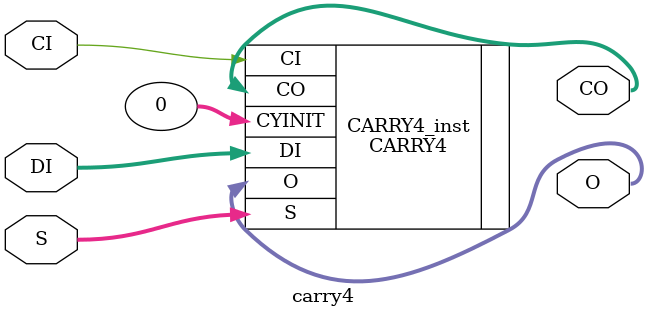
<source format=v>
module carry4(
output [3:0] CO,
output [3:0] O, 
input CI,
 
input [3:0] DI,
input [3:0] S
);

parameter CYINIT=0;
// CARRY4: Fast Carry Logic Component
// 7 Series
// Xilinx HDL Libraries Guide, version 2012.2
CARRY4 CARRY4_inst (
.CO(CO), // 4-bit carry out
.O(O), // 4-bit carry chain XOR data out
.CI(CI), // 1-bit carry cascade input
.CYINIT(CYINIT), // 1-bit carry initialization
.DI(DI), // 4-bit carry-MUX data in
.S(S) // 4-bit carry-MUX select input
);
// End of CARRY4_inst instantiation
 endmodule

</source>
